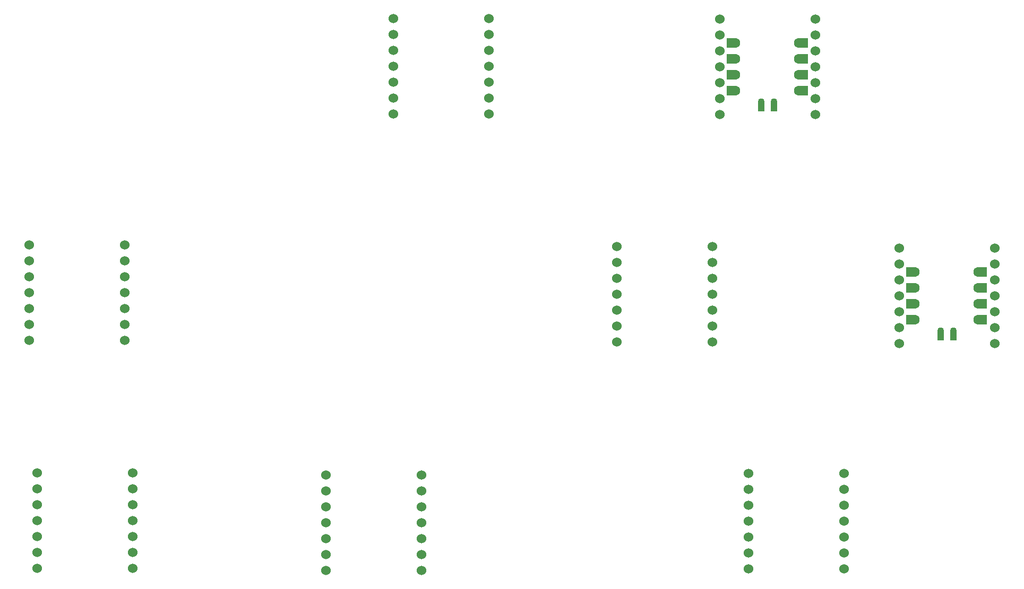
<source format=gbr>
%TF.GenerationSoftware,KiCad,Pcbnew,9.0.4*%
%TF.CreationDate,2025-09-18T16:51:08+08:00*%
%TF.ProjectId,XIAO,5849414f-2e6b-4696-9361-645f70636258,rev?*%
%TF.SameCoordinates,Original*%
%TF.FileFunction,Soldermask,Bot*%
%TF.FilePolarity,Negative*%
%FSLAX46Y46*%
G04 Gerber Fmt 4.6, Leading zero omitted, Abs format (unit mm)*
G04 Created by KiCad (PCBNEW 9.0.4) date 2025-09-18 16:51:08*
%MOMM*%
%LPD*%
G01*
G04 APERTURE LIST*
G04 Aperture macros list*
%AMRoundRect*
0 Rectangle with rounded corners*
0 $1 Rounding radius*
0 $2 $3 $4 $5 $6 $7 $8 $9 X,Y pos of 4 corners*
0 Add a 4 corners polygon primitive as box body*
4,1,4,$2,$3,$4,$5,$6,$7,$8,$9,$2,$3,0*
0 Add four circle primitives for the rounded corners*
1,1,$1+$1,$2,$3*
1,1,$1+$1,$4,$5*
1,1,$1+$1,$6,$7*
1,1,$1+$1,$8,$9*
0 Add four rect primitives between the rounded corners*
20,1,$1+$1,$2,$3,$4,$5,0*
20,1,$1+$1,$4,$5,$6,$7,0*
20,1,$1+$1,$6,$7,$8,$9,0*
20,1,$1+$1,$8,$9,$2,$3,0*%
G04 Aperture macros list end*
%ADD10C,1.524000*%
%ADD11C,1.600000*%
%ADD12RoundRect,0.140000X0.560000X0.660000X-0.560000X0.660000X-0.560000X-0.660000X0.560000X-0.660000X0*%
%ADD13C,1.100000*%
%ADD14RoundRect,0.110000X-0.440000X0.690000X-0.440000X-0.690000X0.440000X-0.690000X0.440000X0.690000X0*%
G04 APERTURE END LIST*
D10*
%TO.C,U10*%
X220123800Y-121327063D03*
X220123800Y-123867063D03*
X220123800Y-126407063D03*
X220123800Y-128947063D03*
X220123800Y-131487063D03*
X220123800Y-134027063D03*
X220123800Y-136567063D03*
X204883800Y-136567063D03*
X204883800Y-134027063D03*
X204883800Y-131487063D03*
X204883800Y-128947063D03*
X204883800Y-126407063D03*
X204883800Y-123867063D03*
X204883800Y-121327063D03*
%TD*%
%TO.C,U11*%
X137466400Y-121530263D03*
X137466400Y-124070263D03*
X137466400Y-126610263D03*
X137466400Y-129150263D03*
X137466400Y-131690263D03*
X137466400Y-134230263D03*
X137466400Y-136770263D03*
X152706400Y-136770263D03*
X152706400Y-134230263D03*
X152706400Y-131690263D03*
X152706400Y-129150263D03*
X152706400Y-126610263D03*
X152706400Y-124070263D03*
X152706400Y-121530263D03*
%TD*%
%TO.C,U6*%
X90160000Y-84830000D03*
X90160000Y-87370000D03*
X90160000Y-89910000D03*
X90160000Y-92450000D03*
X90160000Y-94990000D03*
X90160000Y-97530000D03*
X90160000Y-100070000D03*
X105400000Y-100070000D03*
X105400000Y-97530000D03*
X105400000Y-94990000D03*
X105400000Y-92450000D03*
X105400000Y-89910000D03*
X105400000Y-87370000D03*
X105400000Y-84830000D03*
%TD*%
%TO.C,U16*%
X228930000Y-85340000D03*
X228930000Y-87880000D03*
X228930000Y-90420000D03*
X228930000Y-92960000D03*
X228930000Y-95500000D03*
X228930000Y-98040000D03*
X228930000Y-100580000D03*
X244170000Y-100580000D03*
X244170000Y-98040000D03*
X244170000Y-95500000D03*
X244170000Y-92960000D03*
X244170000Y-90420000D03*
X244170000Y-87880000D03*
X244170000Y-85340000D03*
D11*
X241550994Y-89150000D03*
D12*
X242250000Y-89150000D03*
D11*
X241550994Y-91690000D03*
D12*
X242250000Y-91690000D03*
D11*
X241550994Y-94230000D03*
D12*
X242250000Y-94230000D03*
D11*
X241550994Y-96770000D03*
D12*
X242250000Y-96770000D03*
X230690994Y-96770000D03*
D11*
X231390994Y-96770000D03*
D12*
X230690994Y-94230000D03*
D11*
X231390994Y-94230000D03*
D12*
X230690994Y-91690000D03*
D11*
X231390994Y-91690000D03*
D12*
X230690994Y-89150000D03*
D11*
X231390994Y-89150000D03*
D13*
X235550000Y-98534811D03*
D14*
X235550000Y-99290000D03*
D13*
X237550000Y-98534811D03*
D14*
X237550000Y-99290000D03*
%TD*%
D10*
%TO.C,U4*%
X163526800Y-48708463D03*
X163526800Y-51248463D03*
X163526800Y-53788463D03*
X163526800Y-56328463D03*
X163526800Y-58868463D03*
X163526800Y-61408463D03*
X163526800Y-63948463D03*
X148286800Y-63948463D03*
X148286800Y-61408463D03*
X148286800Y-58868463D03*
X148286800Y-56328463D03*
X148286800Y-53788463D03*
X148286800Y-51248463D03*
X148286800Y-48708463D03*
%TD*%
%TO.C,U5*%
X199110000Y-85050000D03*
X199110000Y-87590000D03*
X199110000Y-90130000D03*
X199110000Y-92670000D03*
X199110000Y-95210000D03*
X199110000Y-97750000D03*
X199110000Y-100290000D03*
X183870000Y-100290000D03*
X183870000Y-97750000D03*
X183870000Y-95210000D03*
X183870000Y-92670000D03*
X183870000Y-90130000D03*
X183870000Y-87590000D03*
X183870000Y-85050000D03*
%TD*%
%TO.C,U17*%
X200340800Y-48779263D03*
X200340800Y-51319263D03*
X200340800Y-53859263D03*
X200340800Y-56399263D03*
X200340800Y-58939263D03*
X200340800Y-61479263D03*
X200340800Y-64019263D03*
X215580800Y-64019263D03*
X215580800Y-61479263D03*
X215580800Y-58939263D03*
X215580800Y-56399263D03*
X215580800Y-53859263D03*
X215580800Y-51319263D03*
X215580800Y-48779263D03*
D11*
X212961794Y-52589263D03*
D12*
X213660800Y-52589263D03*
D11*
X212961794Y-55129263D03*
D12*
X213660800Y-55129263D03*
D11*
X212961794Y-57669263D03*
D12*
X213660800Y-57669263D03*
D11*
X212961794Y-60209263D03*
D12*
X213660800Y-60209263D03*
X202101794Y-60209263D03*
D11*
X202801794Y-60209263D03*
D12*
X202101794Y-57669263D03*
D11*
X202801794Y-57669263D03*
D12*
X202101794Y-55129263D03*
D11*
X202801794Y-55129263D03*
D12*
X202101794Y-52589263D03*
D11*
X202801794Y-52589263D03*
D13*
X206960800Y-61974074D03*
D14*
X206960800Y-62729263D03*
D13*
X208960800Y-61974074D03*
D14*
X208960800Y-62729263D03*
%TD*%
D10*
%TO.C,U12*%
X106714000Y-121225463D03*
X106714000Y-123765463D03*
X106714000Y-126305463D03*
X106714000Y-128845463D03*
X106714000Y-131385463D03*
X106714000Y-133925463D03*
X106714000Y-136465463D03*
X91474000Y-136465463D03*
X91474000Y-133925463D03*
X91474000Y-131385463D03*
X91474000Y-128845463D03*
X91474000Y-126305463D03*
X91474000Y-123765463D03*
X91474000Y-121225463D03*
%TD*%
M02*

</source>
